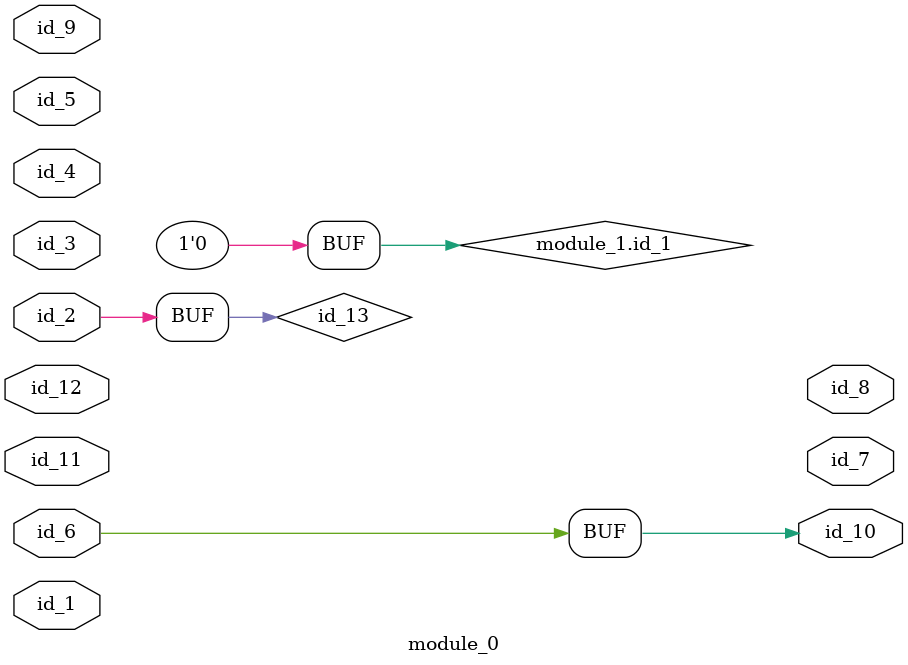
<source format=v>
module module_0 (
    id_1,
    id_2,
    id_3,
    id_4,
    id_5,
    id_6,
    id_7,
    id_8,
    id_9,
    id_10,
    id_11,
    id_12
);
  input wire id_12;
  input wire id_11;
  output wire id_10;
  inout wire id_9;
  output wire id_8;
  output wire id_7;
  inout wire id_6;
  inout wire id_5;
  input wire id_4;
  inout wire id_3;
  inout wire id_2;
  inout wire id_1;
  assign id_10 = id_6;
  wire id_13 = id_2;
  assign module_1.id_1 = 0;
endmodule
module module_1 ();
  assign id_1 = "" == id_1;
  module_0 modCall_1 (
      id_1,
      id_1,
      id_1,
      id_1,
      id_1,
      id_1,
      id_1,
      id_1,
      id_1,
      id_1,
      id_1,
      id_1
  );
endmodule

</source>
